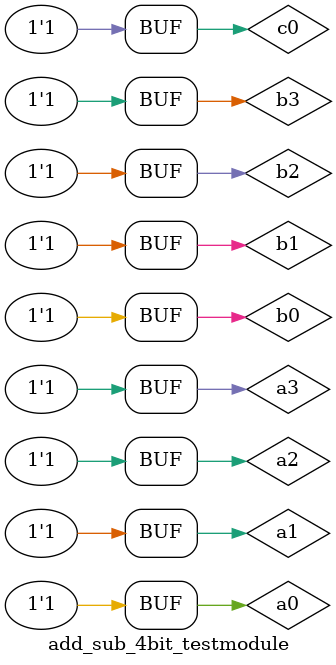
<source format=v>
`include"ff.v"
module add_sub_4bit_testmodule();
wire c4,s3,s2,s1,s0;
reg b3,a3,b2,a2,b1,a1,b0,a0,c0;
add_sub_4bit test(c4,s3,s2,s1,s0,b3,a3,b2,a2,b1,a1,b0,a0,c0);
initial
begin
$dumpfile("add_sub_4bit_test.vcd");
$dumpvars(0,add_sub_4bit_testmodule);
end
initial
begin
b3=1;
a3=0;
b2=0;
a2=0;
b1=0;
a1=0;
b0=1;
a0=1;
c0=0;
#10;

b3=0;
a3=1;
b2=0;
a2=0;
b1=0;
a1=0;
b0=1;
a0=1;
c0=1;
#10;

b3=0;
a3=0;
b2=1;
a2=0;
b1=1;
a1=0;
b0=0;
a0=1;
c0=0;
#10;

b3=0;
a3=1;
b2=0;
a2=0;
b1=1;
a1=0;
b0=1;
a0=0;
c0=1;
#10;

b3=1;
a3=0;
b2=1;
a2=0;
b1=1;
a1=0;
b0=1;
a0=0;
c0=1;
#10;

b3=0;
a3=1;
b2=0;
a2=0;
b1=0;
a1=0;
b0=0;
a0=1;
c0=0;
#10;

b3=0;
a3=0;
b2=0;
a2=1;
b1=0;
a1=0;
b0=1;
a0=0;
c0=0;
#10;

b3=0;
a3=1;
b2=0;
a2=0;
b1=1;
a1=1;
b0=1;
a0=0;
c0=1;
#10;

b3=1;
a3=1;
b2=1;
a2=1;
b1=1;
a1=1;
b0=1;
a0=1;
c0=1;
#10;
end
endmodule
</source>
